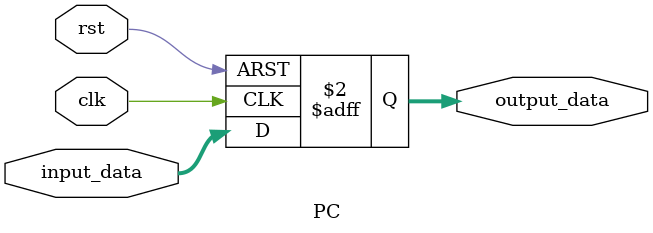
<source format=v>
module PC(
    input clk,
    input rst,
    input [31:0]input_data,
    output reg[31:0]output_data
);

always@(posedge clk or posedge rst)begin
    if(rst) output_data<=32'h00003000;
    else begin
        output_data<=input_data;
    end
end

endmodule
</source>
